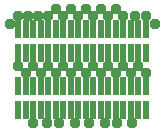
<source format=gts>
G75*
%MOIN*%
%OFA0B0*%
%FSLAX25Y25*%
%IPPOS*%
%LPD*%
%AMOC8*
5,1,8,0,0,1.08239X$1,22.5*
%
%ADD10R,0.02484X0.05984*%
%ADD11C,0.03772*%
D10*
X0033030Y0009559D03*
X0035530Y0009559D03*
X0038030Y0009559D03*
X0040530Y0009559D03*
X0043030Y0009559D03*
X0045530Y0009559D03*
X0048030Y0009559D03*
X0050530Y0009559D03*
X0053030Y0009559D03*
X0055530Y0009559D03*
X0058030Y0009559D03*
X0060530Y0009559D03*
X0063030Y0009559D03*
X0065530Y0009559D03*
X0068030Y0009559D03*
X0070530Y0009559D03*
X0073030Y0009559D03*
X0075530Y0009559D03*
X0075530Y0017559D03*
X0073030Y0017559D03*
X0070530Y0017559D03*
X0068030Y0017559D03*
X0065530Y0017559D03*
X0063030Y0017559D03*
X0060530Y0017559D03*
X0058030Y0017559D03*
X0055530Y0017559D03*
X0053030Y0017559D03*
X0050530Y0017559D03*
X0048030Y0017559D03*
X0045530Y0017559D03*
X0043030Y0017559D03*
X0040530Y0017559D03*
X0038030Y0017559D03*
X0035530Y0017559D03*
X0033030Y0017559D03*
X0033010Y0028634D03*
X0035510Y0028634D03*
X0038010Y0028634D03*
X0040510Y0028634D03*
X0043010Y0028634D03*
X0045510Y0028634D03*
X0048010Y0028634D03*
X0050510Y0028634D03*
X0053010Y0028634D03*
X0055510Y0028634D03*
X0058010Y0028634D03*
X0060510Y0028634D03*
X0063010Y0028634D03*
X0065510Y0028634D03*
X0068010Y0028634D03*
X0070510Y0028634D03*
X0073010Y0028634D03*
X0075510Y0028634D03*
X0075510Y0036634D03*
X0073010Y0036634D03*
X0070510Y0036634D03*
X0068010Y0036634D03*
X0065510Y0036634D03*
X0063010Y0036634D03*
X0060510Y0036634D03*
X0058010Y0036634D03*
X0055510Y0036634D03*
X0053010Y0036634D03*
X0050510Y0036634D03*
X0048010Y0036634D03*
X0045510Y0036634D03*
X0043010Y0036634D03*
X0040510Y0036634D03*
X0038010Y0036634D03*
X0035510Y0036634D03*
X0033010Y0036634D03*
D11*
X0030087Y0038323D03*
X0032941Y0041020D03*
X0036288Y0041020D03*
X0039674Y0041020D03*
X0042961Y0041020D03*
X0045481Y0043244D03*
X0047961Y0041020D03*
X0050481Y0043244D03*
X0052961Y0041020D03*
X0055481Y0043244D03*
X0057961Y0041020D03*
X0060481Y0043244D03*
X0062961Y0041020D03*
X0065481Y0043244D03*
X0067961Y0041020D03*
X0071741Y0041020D03*
X0075481Y0041020D03*
X0078434Y0038362D03*
X0073040Y0024248D03*
X0070560Y0022024D03*
X0068040Y0024248D03*
X0065560Y0022024D03*
X0063040Y0024248D03*
X0060560Y0022024D03*
X0058040Y0024248D03*
X0055560Y0022024D03*
X0053040Y0024248D03*
X0050560Y0022024D03*
X0048040Y0024248D03*
X0045560Y0022024D03*
X0043040Y0024248D03*
X0040560Y0022024D03*
X0038040Y0024248D03*
X0035560Y0022024D03*
X0033040Y0024248D03*
X0037764Y0005173D03*
X0042686Y0005193D03*
X0046623Y0005193D03*
X0052016Y0005173D03*
X0056465Y0005173D03*
X0061859Y0005173D03*
X0065815Y0005173D03*
X0070737Y0005173D03*
X0075560Y0022024D03*
M02*

</source>
